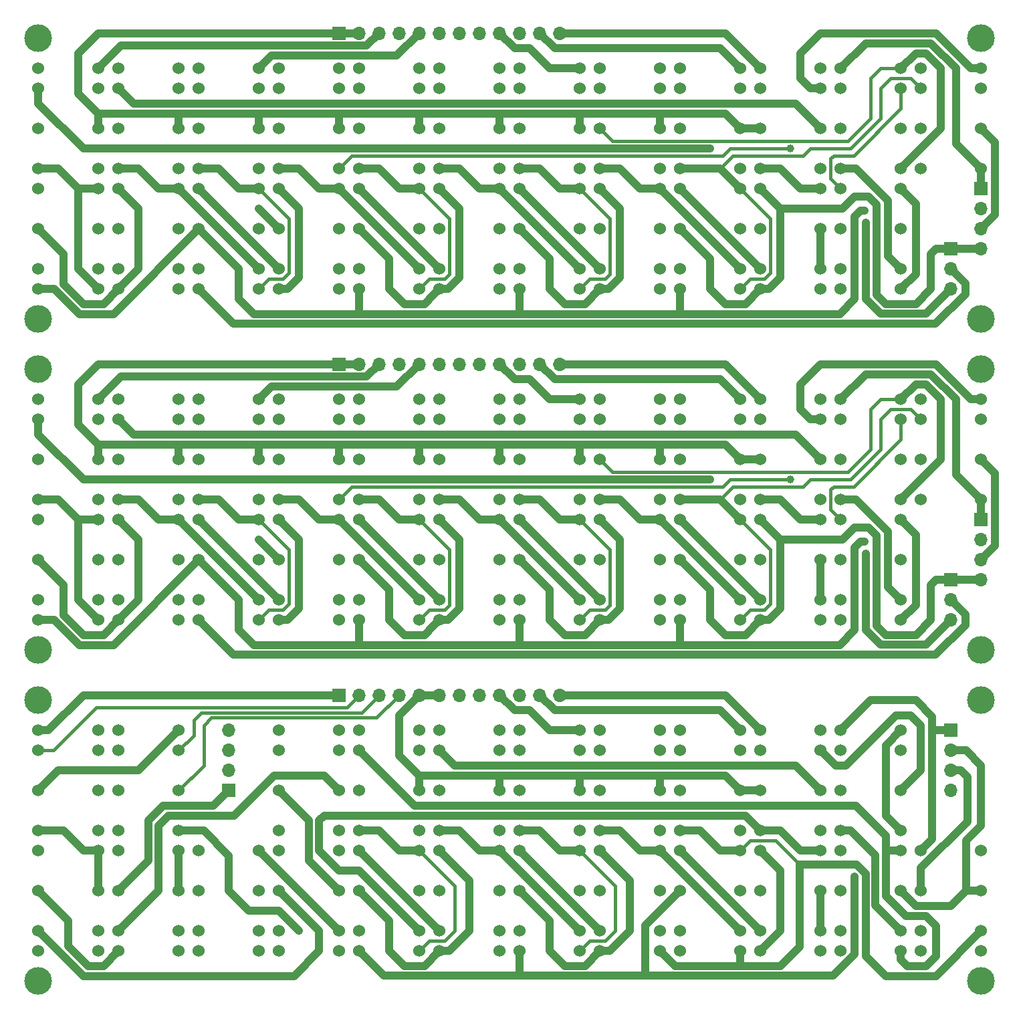
<source format=gtl>
G04 #@! TF.GenerationSoftware,KiCad,Pcbnew,(5.1.2)-2*
G04 #@! TF.CreationDate,2022-11-28T00:10:08+09:00*
G04 #@! TF.ProjectId,manufacture,6d616e75-6661-4637-9475-72652e6b6963,rev?*
G04 #@! TF.SameCoordinates,Original*
G04 #@! TF.FileFunction,Copper,L1,Top*
G04 #@! TF.FilePolarity,Positive*
%FSLAX46Y46*%
G04 Gerber Fmt 4.6, Leading zero omitted, Abs format (unit mm)*
G04 Created by KiCad (PCBNEW (5.1.2)-2) date 2022-11-28 00:10:08*
%MOMM*%
%LPD*%
G04 APERTURE LIST*
%ADD10C,1.524000*%
%ADD11C,3.500000*%
%ADD12O,1.700000X1.700000*%
%ADD13R,1.700000X1.700000*%
%ADD14C,1.000000*%
%ADD15C,1.000000*%
%ADD16C,0.400000*%
G04 APERTURE END LIST*
D10*
X88900000Y-57150000D03*
X88900000Y-52070000D03*
X88900000Y-46990000D03*
X88900000Y-44450000D03*
X81280000Y-44450000D03*
X81280000Y-46990000D03*
X81280000Y-52070000D03*
X81280000Y-57150000D03*
X81280000Y-59690000D03*
X81280000Y-64770000D03*
X81280000Y-69850000D03*
X81280000Y-72390000D03*
X88900000Y-72390000D03*
X88900000Y-69850000D03*
X88900000Y-64770000D03*
X88900000Y-59690000D03*
X149860000Y-57150000D03*
X149860000Y-52070000D03*
X149860000Y-46990000D03*
X149860000Y-44450000D03*
X142240000Y-44450000D03*
X142240000Y-46990000D03*
X142240000Y-52070000D03*
X142240000Y-57150000D03*
D11*
X160020000Y-76200000D03*
X160020000Y-40640000D03*
X40640000Y-76200000D03*
X40640000Y-40640000D03*
D12*
X106680000Y-40005000D03*
X104140000Y-40005000D03*
X101600000Y-40005000D03*
X99060000Y-40005000D03*
X96520000Y-40005000D03*
X93980000Y-40005000D03*
X91440000Y-40005000D03*
X88900000Y-40005000D03*
X86360000Y-40005000D03*
X83820000Y-40005000D03*
X81280000Y-40005000D03*
D13*
X78740000Y-40005000D03*
D10*
X99060000Y-57150000D03*
X99060000Y-52070000D03*
X99060000Y-46990000D03*
X99060000Y-44450000D03*
X91440000Y-44450000D03*
X91440000Y-46990000D03*
X91440000Y-52070000D03*
X91440000Y-57150000D03*
X91440000Y-59690000D03*
X91440000Y-64770000D03*
X91440000Y-69850000D03*
X91440000Y-72390000D03*
X99060000Y-72390000D03*
X99060000Y-69850000D03*
X99060000Y-64770000D03*
X99060000Y-59690000D03*
X139700000Y-57150000D03*
X139700000Y-52070000D03*
X139700000Y-46990000D03*
X139700000Y-44450000D03*
X132080000Y-44450000D03*
X132080000Y-46990000D03*
X132080000Y-52070000D03*
X132080000Y-57150000D03*
X132080000Y-59690000D03*
X132080000Y-64770000D03*
X132080000Y-69850000D03*
X132080000Y-72390000D03*
X139700000Y-72390000D03*
X139700000Y-69850000D03*
X139700000Y-64770000D03*
X139700000Y-59690000D03*
D12*
X160020000Y-67310000D03*
X160020000Y-64770000D03*
X160020000Y-62230000D03*
D13*
X160020000Y-59690000D03*
D10*
X119380000Y-57150000D03*
X119380000Y-52070000D03*
X119380000Y-46990000D03*
X119380000Y-44450000D03*
X111760000Y-44450000D03*
X111760000Y-46990000D03*
X111760000Y-52070000D03*
X111760000Y-57150000D03*
X111760000Y-59690000D03*
X111760000Y-64770000D03*
X111760000Y-69850000D03*
X111760000Y-72390000D03*
X119380000Y-72390000D03*
X119380000Y-69850000D03*
X119380000Y-64770000D03*
X119380000Y-59690000D03*
X109220000Y-57150000D03*
X109220000Y-52070000D03*
X109220000Y-46990000D03*
X109220000Y-44450000D03*
X101600000Y-44450000D03*
X101600000Y-46990000D03*
X101600000Y-52070000D03*
X101600000Y-57150000D03*
X101600000Y-59690000D03*
X101600000Y-64770000D03*
X101600000Y-69850000D03*
X101600000Y-72390000D03*
X109220000Y-72390000D03*
X109220000Y-69850000D03*
X109220000Y-64770000D03*
X109220000Y-59690000D03*
D12*
X156210000Y-72390000D03*
X156210000Y-69850000D03*
D13*
X156210000Y-67310000D03*
D10*
X142240000Y-59690000D03*
X142240000Y-64770000D03*
X142240000Y-69850000D03*
X142240000Y-72390000D03*
X149860000Y-72390000D03*
X149860000Y-69850000D03*
X149860000Y-64770000D03*
X149860000Y-59690000D03*
X160020000Y-57150000D03*
X160020000Y-52070000D03*
X160020000Y-46990000D03*
X160020000Y-44450000D03*
X152400000Y-44450000D03*
X152400000Y-46990000D03*
X152400000Y-52070000D03*
X152400000Y-57150000D03*
X129540000Y-57150000D03*
X129540000Y-52070000D03*
X129540000Y-46990000D03*
X129540000Y-44450000D03*
X121920000Y-44450000D03*
X121920000Y-46990000D03*
X121920000Y-52070000D03*
X121920000Y-57150000D03*
X121920000Y-59690000D03*
X121920000Y-64770000D03*
X121920000Y-69850000D03*
X121920000Y-72390000D03*
X129540000Y-72390000D03*
X129540000Y-69850000D03*
X129540000Y-64770000D03*
X129540000Y-59690000D03*
X78740000Y-57150000D03*
X78740000Y-52070000D03*
X78740000Y-46990000D03*
X78740000Y-44450000D03*
X71120000Y-44450000D03*
X71120000Y-46990000D03*
X71120000Y-52070000D03*
X71120000Y-57150000D03*
X71120000Y-59690000D03*
X71120000Y-64770000D03*
X71120000Y-69850000D03*
X71120000Y-72390000D03*
X78740000Y-72390000D03*
X78740000Y-69850000D03*
X78740000Y-64770000D03*
X78740000Y-59690000D03*
X68580000Y-57150000D03*
X68580000Y-52070000D03*
X68580000Y-46990000D03*
X68580000Y-44450000D03*
X60960000Y-44450000D03*
X60960000Y-46990000D03*
X60960000Y-52070000D03*
X60960000Y-57150000D03*
X60960000Y-59690000D03*
X60960000Y-64770000D03*
X60960000Y-69850000D03*
X60960000Y-72390000D03*
X68580000Y-72390000D03*
X68580000Y-69850000D03*
X68580000Y-64770000D03*
X68580000Y-59690000D03*
X58420000Y-57150000D03*
X58420000Y-52070000D03*
X58420000Y-46990000D03*
X58420000Y-44450000D03*
X50800000Y-44450000D03*
X50800000Y-46990000D03*
X50800000Y-52070000D03*
X50800000Y-57150000D03*
X50800000Y-59690000D03*
X50800000Y-64770000D03*
X50800000Y-69850000D03*
X50800000Y-72390000D03*
X58420000Y-72390000D03*
X58420000Y-69850000D03*
X58420000Y-64770000D03*
X58420000Y-59690000D03*
X48260000Y-57150000D03*
X48260000Y-52070000D03*
X48260000Y-46990000D03*
X48260000Y-44450000D03*
X40640000Y-44450000D03*
X40640000Y-46990000D03*
X40640000Y-52070000D03*
X40640000Y-57150000D03*
X40640000Y-59690000D03*
X40640000Y-64770000D03*
X40640000Y-69850000D03*
X40640000Y-72390000D03*
X48260000Y-72390000D03*
X48260000Y-69850000D03*
X48260000Y-64770000D03*
X48260000Y-59690000D03*
X88900000Y-99060000D03*
X88900000Y-93980000D03*
X88900000Y-88900000D03*
X88900000Y-86360000D03*
X81280000Y-86360000D03*
X81280000Y-88900000D03*
X81280000Y-93980000D03*
X81280000Y-99060000D03*
X81280000Y-101600000D03*
X81280000Y-106680000D03*
X81280000Y-111760000D03*
X81280000Y-114300000D03*
X88900000Y-114300000D03*
X88900000Y-111760000D03*
X88900000Y-106680000D03*
X88900000Y-101600000D03*
X149860000Y-99060000D03*
X149860000Y-93980000D03*
X149860000Y-88900000D03*
X149860000Y-86360000D03*
X142240000Y-86360000D03*
X142240000Y-88900000D03*
X142240000Y-93980000D03*
X142240000Y-99060000D03*
D11*
X160020000Y-118110000D03*
X160020000Y-82550000D03*
X40640000Y-118110000D03*
X40640000Y-82550000D03*
D12*
X106680000Y-81915000D03*
X104140000Y-81915000D03*
X101600000Y-81915000D03*
X99060000Y-81915000D03*
X96520000Y-81915000D03*
X93980000Y-81915000D03*
X91440000Y-81915000D03*
X88900000Y-81915000D03*
X86360000Y-81915000D03*
X83820000Y-81915000D03*
X81280000Y-81915000D03*
D13*
X78740000Y-81915000D03*
D10*
X99060000Y-99060000D03*
X99060000Y-93980000D03*
X99060000Y-88900000D03*
X99060000Y-86360000D03*
X91440000Y-86360000D03*
X91440000Y-88900000D03*
X91440000Y-93980000D03*
X91440000Y-99060000D03*
X91440000Y-101600000D03*
X91440000Y-106680000D03*
X91440000Y-111760000D03*
X91440000Y-114300000D03*
X99060000Y-114300000D03*
X99060000Y-111760000D03*
X99060000Y-106680000D03*
X99060000Y-101600000D03*
X139700000Y-99060000D03*
X139700000Y-93980000D03*
X139700000Y-88900000D03*
X139700000Y-86360000D03*
X132080000Y-86360000D03*
X132080000Y-88900000D03*
X132080000Y-93980000D03*
X132080000Y-99060000D03*
X132080000Y-101600000D03*
X132080000Y-106680000D03*
X132080000Y-111760000D03*
X132080000Y-114300000D03*
X139700000Y-114300000D03*
X139700000Y-111760000D03*
X139700000Y-106680000D03*
X139700000Y-101600000D03*
D12*
X160020000Y-109220000D03*
X160020000Y-106680000D03*
X160020000Y-104140000D03*
D13*
X160020000Y-101600000D03*
D10*
X119380000Y-99060000D03*
X119380000Y-93980000D03*
X119380000Y-88900000D03*
X119380000Y-86360000D03*
X111760000Y-86360000D03*
X111760000Y-88900000D03*
X111760000Y-93980000D03*
X111760000Y-99060000D03*
X111760000Y-101600000D03*
X111760000Y-106680000D03*
X111760000Y-111760000D03*
X111760000Y-114300000D03*
X119380000Y-114300000D03*
X119380000Y-111760000D03*
X119380000Y-106680000D03*
X119380000Y-101600000D03*
X109220000Y-99060000D03*
X109220000Y-93980000D03*
X109220000Y-88900000D03*
X109220000Y-86360000D03*
X101600000Y-86360000D03*
X101600000Y-88900000D03*
X101600000Y-93980000D03*
X101600000Y-99060000D03*
X101600000Y-101600000D03*
X101600000Y-106680000D03*
X101600000Y-111760000D03*
X101600000Y-114300000D03*
X109220000Y-114300000D03*
X109220000Y-111760000D03*
X109220000Y-106680000D03*
X109220000Y-101600000D03*
D12*
X156210000Y-114300000D03*
X156210000Y-111760000D03*
D13*
X156210000Y-109220000D03*
D10*
X142240000Y-101600000D03*
X142240000Y-106680000D03*
X142240000Y-111760000D03*
X142240000Y-114300000D03*
X149860000Y-114300000D03*
X149860000Y-111760000D03*
X149860000Y-106680000D03*
X149860000Y-101600000D03*
X160020000Y-99060000D03*
X160020000Y-93980000D03*
X160020000Y-88900000D03*
X160020000Y-86360000D03*
X152400000Y-86360000D03*
X152400000Y-88900000D03*
X152400000Y-93980000D03*
X152400000Y-99060000D03*
X129540000Y-99060000D03*
X129540000Y-93980000D03*
X129540000Y-88900000D03*
X129540000Y-86360000D03*
X121920000Y-86360000D03*
X121920000Y-88900000D03*
X121920000Y-93980000D03*
X121920000Y-99060000D03*
X121920000Y-101600000D03*
X121920000Y-106680000D03*
X121920000Y-111760000D03*
X121920000Y-114300000D03*
X129540000Y-114300000D03*
X129540000Y-111760000D03*
X129540000Y-106680000D03*
X129540000Y-101600000D03*
X78740000Y-99060000D03*
X78740000Y-93980000D03*
X78740000Y-88900000D03*
X78740000Y-86360000D03*
X71120000Y-86360000D03*
X71120000Y-88900000D03*
X71120000Y-93980000D03*
X71120000Y-99060000D03*
X71120000Y-101600000D03*
X71120000Y-106680000D03*
X71120000Y-111760000D03*
X71120000Y-114300000D03*
X78740000Y-114300000D03*
X78740000Y-111760000D03*
X78740000Y-106680000D03*
X78740000Y-101600000D03*
X68580000Y-99060000D03*
X68580000Y-93980000D03*
X68580000Y-88900000D03*
X68580000Y-86360000D03*
X60960000Y-86360000D03*
X60960000Y-88900000D03*
X60960000Y-93980000D03*
X60960000Y-99060000D03*
X60960000Y-101600000D03*
X60960000Y-106680000D03*
X60960000Y-111760000D03*
X60960000Y-114300000D03*
X68580000Y-114300000D03*
X68580000Y-111760000D03*
X68580000Y-106680000D03*
X68580000Y-101600000D03*
X58420000Y-99060000D03*
X58420000Y-93980000D03*
X58420000Y-88900000D03*
X58420000Y-86360000D03*
X50800000Y-86360000D03*
X50800000Y-88900000D03*
X50800000Y-93980000D03*
X50800000Y-99060000D03*
X50800000Y-101600000D03*
X50800000Y-106680000D03*
X50800000Y-111760000D03*
X50800000Y-114300000D03*
X58420000Y-114300000D03*
X58420000Y-111760000D03*
X58420000Y-106680000D03*
X58420000Y-101600000D03*
X48260000Y-99060000D03*
X48260000Y-93980000D03*
X48260000Y-88900000D03*
X48260000Y-86360000D03*
X40640000Y-86360000D03*
X40640000Y-88900000D03*
X40640000Y-93980000D03*
X40640000Y-99060000D03*
X40640000Y-101600000D03*
X40640000Y-106680000D03*
X40640000Y-111760000D03*
X40640000Y-114300000D03*
X48260000Y-114300000D03*
X48260000Y-111760000D03*
X48260000Y-106680000D03*
X48260000Y-101600000D03*
X142240000Y-143510000D03*
X142240000Y-148590000D03*
X142240000Y-153670000D03*
X142240000Y-156210000D03*
X149860000Y-156210000D03*
X149860000Y-153670000D03*
X149860000Y-148590000D03*
X149860000Y-143510000D03*
X152400000Y-143510000D03*
X152400000Y-148590000D03*
X152400000Y-153670000D03*
X152400000Y-156210000D03*
X160020000Y-156210000D03*
X160020000Y-153670000D03*
X160020000Y-148590000D03*
X160020000Y-143510000D03*
X60960000Y-143510000D03*
X60960000Y-148590000D03*
X60960000Y-153670000D03*
X60960000Y-156210000D03*
X68580000Y-156210000D03*
X68580000Y-153670000D03*
X68580000Y-148590000D03*
X68580000Y-143510000D03*
X71120000Y-143510000D03*
X71120000Y-148590000D03*
X71120000Y-153670000D03*
X71120000Y-156210000D03*
X78740000Y-156210000D03*
X78740000Y-153670000D03*
X78740000Y-148590000D03*
X78740000Y-143510000D03*
X149860000Y-140970000D03*
X149860000Y-135890000D03*
X149860000Y-130810000D03*
X149860000Y-128270000D03*
X142240000Y-128270000D03*
X142240000Y-130810000D03*
X142240000Y-135890000D03*
X142240000Y-140970000D03*
X78740000Y-140970000D03*
X78740000Y-135890000D03*
X78740000Y-130810000D03*
X78740000Y-128270000D03*
X71120000Y-128270000D03*
X71120000Y-130810000D03*
X71120000Y-135890000D03*
X71120000Y-140970000D03*
X48260000Y-140970000D03*
X48260000Y-135890000D03*
X48260000Y-130810000D03*
X48260000Y-128270000D03*
X40640000Y-128270000D03*
X40640000Y-130810000D03*
X40640000Y-135890000D03*
X40640000Y-140970000D03*
X40640000Y-143510000D03*
X40640000Y-148590000D03*
X40640000Y-153670000D03*
X40640000Y-156210000D03*
X48260000Y-156210000D03*
X48260000Y-153670000D03*
X48260000Y-148590000D03*
X48260000Y-143510000D03*
X58420000Y-140970000D03*
X58420000Y-135890000D03*
X58420000Y-130810000D03*
X58420000Y-128270000D03*
X50800000Y-128270000D03*
X50800000Y-130810000D03*
X50800000Y-135890000D03*
X50800000Y-140970000D03*
X50800000Y-143510000D03*
X50800000Y-148590000D03*
X50800000Y-153670000D03*
X50800000Y-156210000D03*
X58420000Y-156210000D03*
X58420000Y-153670000D03*
X58420000Y-148590000D03*
X58420000Y-143510000D03*
X129540000Y-140970000D03*
X129540000Y-135890000D03*
X129540000Y-130810000D03*
X129540000Y-128270000D03*
X121920000Y-128270000D03*
X121920000Y-130810000D03*
X121920000Y-135890000D03*
X121920000Y-140970000D03*
X121920000Y-143510000D03*
X121920000Y-148590000D03*
X121920000Y-153670000D03*
X121920000Y-156210000D03*
X129540000Y-156210000D03*
X129540000Y-153670000D03*
X129540000Y-148590000D03*
X129540000Y-143510000D03*
X119380000Y-140970000D03*
X119380000Y-135890000D03*
X119380000Y-130810000D03*
X119380000Y-128270000D03*
X111760000Y-128270000D03*
X111760000Y-130810000D03*
X111760000Y-135890000D03*
X111760000Y-140970000D03*
X111760000Y-143510000D03*
X111760000Y-148590000D03*
X111760000Y-153670000D03*
X111760000Y-156210000D03*
X119380000Y-156210000D03*
X119380000Y-153670000D03*
X119380000Y-148590000D03*
X119380000Y-143510000D03*
X109220000Y-140970000D03*
X109220000Y-135890000D03*
X109220000Y-130810000D03*
X109220000Y-128270000D03*
X101600000Y-128270000D03*
X101600000Y-130810000D03*
X101600000Y-135890000D03*
X101600000Y-140970000D03*
X101600000Y-143510000D03*
X101600000Y-148590000D03*
X101600000Y-153670000D03*
X101600000Y-156210000D03*
X109220000Y-156210000D03*
X109220000Y-153670000D03*
X109220000Y-148590000D03*
X109220000Y-143510000D03*
X99060000Y-140970000D03*
X99060000Y-135890000D03*
X99060000Y-130810000D03*
X99060000Y-128270000D03*
X91440000Y-128270000D03*
X91440000Y-130810000D03*
X91440000Y-135890000D03*
X91440000Y-140970000D03*
X91440000Y-143510000D03*
X91440000Y-148590000D03*
X91440000Y-153670000D03*
X91440000Y-156210000D03*
X99060000Y-156210000D03*
X99060000Y-153670000D03*
X99060000Y-148590000D03*
X99060000Y-143510000D03*
X88900000Y-140970000D03*
X88900000Y-135890000D03*
X88900000Y-130810000D03*
X88900000Y-128270000D03*
X81280000Y-128270000D03*
X81280000Y-130810000D03*
X81280000Y-135890000D03*
X81280000Y-140970000D03*
X81280000Y-143510000D03*
X81280000Y-148590000D03*
X81280000Y-153670000D03*
X81280000Y-156210000D03*
X88900000Y-156210000D03*
X88900000Y-153670000D03*
X88900000Y-148590000D03*
X88900000Y-143510000D03*
X139700000Y-140970000D03*
X139700000Y-135890000D03*
X139700000Y-130810000D03*
X139700000Y-128270000D03*
X132080000Y-128270000D03*
X132080000Y-130810000D03*
X132080000Y-135890000D03*
X132080000Y-140970000D03*
X132080000Y-143510000D03*
X132080000Y-148590000D03*
X132080000Y-153670000D03*
X132080000Y-156210000D03*
X139700000Y-156210000D03*
X139700000Y-153670000D03*
X139700000Y-148590000D03*
X139700000Y-143510000D03*
D11*
X160020000Y-124460000D03*
X160020000Y-160020000D03*
X40640000Y-160020000D03*
X40640000Y-124460000D03*
D12*
X64770000Y-128270000D03*
X64770000Y-130810000D03*
X64770000Y-133350000D03*
D13*
X64770000Y-135890000D03*
D12*
X156210000Y-135890000D03*
X156210000Y-133350000D03*
X156210000Y-130810000D03*
D13*
X156210000Y-128270000D03*
X78740000Y-123825000D03*
D12*
X81280000Y-123825000D03*
X83820000Y-123825000D03*
X86360000Y-123825000D03*
X88900000Y-123825000D03*
X91440000Y-123825000D03*
X93980000Y-123825000D03*
X96520000Y-123825000D03*
X99060000Y-123825000D03*
X101600000Y-123825000D03*
X104140000Y-123825000D03*
X106680000Y-123825000D03*
D14*
X145415000Y-64008000D03*
X135890000Y-54610000D03*
X145415000Y-105918000D03*
X135890000Y-96520000D03*
X68580000Y-62230000D03*
X68580000Y-104140000D03*
X125730000Y-54610000D03*
X125730000Y-96520000D03*
X73660000Y-153670000D03*
X145288000Y-62484000D03*
X145288000Y-104394000D03*
X144018000Y-146812000D03*
D15*
X132080000Y-57150000D02*
X134620000Y-57150000D01*
X137160000Y-59690000D02*
X139700000Y-59690000D01*
X134620000Y-57150000D02*
X137160000Y-59690000D01*
X132080000Y-99060000D02*
X134620000Y-99060000D01*
X137160000Y-101600000D02*
X139700000Y-101600000D01*
X134620000Y-99060000D02*
X137160000Y-101600000D01*
X132080000Y-140970000D02*
X134620000Y-140970000D01*
X137160000Y-143510000D02*
X139700000Y-143510000D01*
X134620000Y-140970000D02*
X137160000Y-143510000D01*
X76835000Y-139065000D02*
X130175000Y-139065000D01*
X76200000Y-139700000D02*
X76835000Y-139065000D01*
X76200000Y-143510000D02*
X76200000Y-139700000D01*
X78740000Y-146050000D02*
X76200000Y-143510000D01*
X81280000Y-146050000D02*
X78740000Y-146050000D01*
X88900000Y-153670000D02*
X81280000Y-146050000D01*
X130175000Y-139065000D02*
X132080000Y-140970000D01*
X133157630Y-72390000D02*
X134620000Y-70927630D01*
X132080000Y-72390000D02*
X133157630Y-72390000D01*
X134620000Y-62230000D02*
X132080000Y-59690000D01*
X134620000Y-70927630D02*
X134620000Y-62230000D01*
X142494000Y-62230000D02*
X134620000Y-62230000D01*
X145796000Y-60706000D02*
X144018000Y-60706000D01*
X146812000Y-61722000D02*
X145796000Y-60706000D01*
X146812000Y-73152000D02*
X146812000Y-61722000D01*
X154360000Y-67310000D02*
X153670000Y-68000000D01*
X156210000Y-67310000D02*
X154360000Y-67310000D01*
X153670000Y-68000000D02*
X153670000Y-72390000D01*
X153670000Y-72390000D02*
X151765000Y-74295000D01*
X144018000Y-60706000D02*
X142494000Y-62230000D01*
X151765000Y-74295000D02*
X147955000Y-74295000D01*
X147955000Y-74295000D02*
X146812000Y-73152000D01*
X156210000Y-67310000D02*
X160020000Y-67310000D01*
X132080000Y-72390000D02*
X130175000Y-74295000D01*
X130175000Y-74295000D02*
X127635000Y-74295000D01*
X127635000Y-74295000D02*
X125730000Y-72390000D01*
X125730000Y-68580000D02*
X121920000Y-64770000D01*
X125730000Y-72390000D02*
X125730000Y-68580000D01*
X133157630Y-114300000D02*
X134620000Y-112837630D01*
X132080000Y-114300000D02*
X133157630Y-114300000D01*
X134620000Y-104140000D02*
X132080000Y-101600000D01*
X134620000Y-112837630D02*
X134620000Y-104140000D01*
X142494000Y-104140000D02*
X134620000Y-104140000D01*
X145796000Y-102616000D02*
X144018000Y-102616000D01*
X146812000Y-103632000D02*
X145796000Y-102616000D01*
X146812000Y-115062000D02*
X146812000Y-103632000D01*
X154360000Y-109220000D02*
X153670000Y-109910000D01*
X156210000Y-109220000D02*
X154360000Y-109220000D01*
X153670000Y-109910000D02*
X153670000Y-114300000D01*
X153670000Y-114300000D02*
X151765000Y-116205000D01*
X144018000Y-102616000D02*
X142494000Y-104140000D01*
X151765000Y-116205000D02*
X147955000Y-116205000D01*
X147955000Y-116205000D02*
X146812000Y-115062000D01*
X156210000Y-109220000D02*
X160020000Y-109220000D01*
X132080000Y-114300000D02*
X130175000Y-116205000D01*
X130175000Y-116205000D02*
X127635000Y-116205000D01*
X127635000Y-116205000D02*
X125730000Y-114300000D01*
X125730000Y-110490000D02*
X121920000Y-106680000D01*
X125730000Y-114300000D02*
X125730000Y-110490000D01*
X134620000Y-153670000D02*
X132080000Y-156210000D01*
X132080000Y-143510000D02*
X134620000Y-146050000D01*
X134620000Y-146050000D02*
X134620000Y-153670000D01*
X40640000Y-57150000D02*
X43180000Y-57150000D01*
X45720000Y-59690000D02*
X48260000Y-59690000D01*
X43180000Y-57150000D02*
X45720000Y-59690000D01*
X45720000Y-69850000D02*
X48260000Y-72390000D01*
X45720000Y-59690000D02*
X45720000Y-69850000D01*
X40640000Y-99060000D02*
X43180000Y-99060000D01*
X45720000Y-101600000D02*
X48260000Y-101600000D01*
X43180000Y-99060000D02*
X45720000Y-101600000D01*
X45720000Y-111760000D02*
X48260000Y-114300000D01*
X45720000Y-101600000D02*
X45720000Y-111760000D01*
X50800000Y-153670000D02*
X55880000Y-148590000D01*
X55880000Y-140335000D02*
X57150000Y-139065000D01*
X55880000Y-148590000D02*
X55880000Y-140335000D01*
X76835000Y-133985000D02*
X70485000Y-133985000D01*
X70485000Y-133985000D02*
X65405000Y-139065000D01*
X76835000Y-133985000D02*
X78740000Y-135890000D01*
X57150000Y-139065000D02*
X65405000Y-139065000D01*
X50800000Y-57150000D02*
X53340000Y-57150000D01*
X55880000Y-59690000D02*
X58420000Y-59690000D01*
X53340000Y-57150000D02*
X55880000Y-59690000D01*
X58420000Y-59690000D02*
X68580000Y-69850000D01*
X50800000Y-99060000D02*
X53340000Y-99060000D01*
X55880000Y-101600000D02*
X58420000Y-101600000D01*
X53340000Y-99060000D02*
X55880000Y-101600000D01*
X58420000Y-101600000D02*
X68580000Y-111760000D01*
X81280000Y-140970000D02*
X83820000Y-140970000D01*
X86360000Y-143510000D02*
X88900000Y-143510000D01*
X83820000Y-140970000D02*
X86360000Y-143510000D01*
D16*
X90170000Y-154940000D02*
X88900000Y-156210000D01*
X92075000Y-154940000D02*
X90170000Y-154940000D01*
X93345000Y-153670000D02*
X92075000Y-154940000D01*
X88900000Y-143510000D02*
X93345000Y-147955000D01*
X93345000Y-147955000D02*
X93345000Y-153670000D01*
D15*
X53340000Y-69850000D02*
X50800000Y-72390000D01*
X50800000Y-59690000D02*
X53340000Y-62230000D01*
X53340000Y-62230000D02*
X53340000Y-69850000D01*
X50800000Y-72390000D02*
X48895000Y-74295000D01*
X48895000Y-74295000D02*
X46355000Y-74295000D01*
X43815000Y-67945000D02*
X40640000Y-64770000D01*
X43815000Y-71755000D02*
X43815000Y-67945000D01*
X46355000Y-74295000D02*
X43815000Y-71755000D01*
X53340000Y-111760000D02*
X50800000Y-114300000D01*
X50800000Y-101600000D02*
X53340000Y-104140000D01*
X53340000Y-104140000D02*
X53340000Y-111760000D01*
X50800000Y-114300000D02*
X48895000Y-116205000D01*
X48895000Y-116205000D02*
X46355000Y-116205000D01*
X43815000Y-109855000D02*
X40640000Y-106680000D01*
X43815000Y-113665000D02*
X43815000Y-109855000D01*
X46355000Y-116205000D02*
X43815000Y-113665000D01*
X81280000Y-143510000D02*
X91440000Y-153670000D01*
X60960000Y-57150000D02*
X63500000Y-57150000D01*
X66040000Y-59690000D02*
X68580000Y-59690000D01*
X63500000Y-57150000D02*
X66040000Y-59690000D01*
D16*
X72390000Y-63500000D02*
X68580000Y-59690000D01*
X72390000Y-70373762D02*
X72390000Y-63500000D01*
X71643762Y-71120000D02*
X72390000Y-70373762D01*
X68580000Y-72390000D02*
X69850000Y-71120000D01*
X69850000Y-71120000D02*
X71643762Y-71120000D01*
D15*
X60960000Y-99060000D02*
X63500000Y-99060000D01*
X66040000Y-101600000D02*
X68580000Y-101600000D01*
X63500000Y-99060000D02*
X66040000Y-101600000D01*
D16*
X72390000Y-105410000D02*
X68580000Y-101600000D01*
X72390000Y-112283762D02*
X72390000Y-105410000D01*
X71643762Y-113030000D02*
X72390000Y-112283762D01*
X68580000Y-114300000D02*
X69850000Y-113030000D01*
X69850000Y-113030000D02*
X71643762Y-113030000D01*
D15*
X60960000Y-59690000D02*
X71120000Y-69850000D01*
X60960000Y-101600000D02*
X71120000Y-111760000D01*
X71120000Y-148590000D02*
X76200000Y-153670000D01*
X76200000Y-153670000D02*
X76200000Y-156210000D01*
X76200000Y-156210000D02*
X73025000Y-159385000D01*
X73025000Y-159385000D02*
X46355000Y-159385000D01*
X40640000Y-153670000D02*
X46355000Y-159385000D01*
X71120000Y-57150000D02*
X73660000Y-57150000D01*
X76200000Y-59690000D02*
X78740000Y-59690000D01*
X73660000Y-57150000D02*
X76200000Y-59690000D01*
X78740000Y-59690000D02*
X88900000Y-69850000D01*
X71120000Y-99060000D02*
X73660000Y-99060000D01*
X76200000Y-101600000D02*
X78740000Y-101600000D01*
X73660000Y-99060000D02*
X76200000Y-101600000D01*
X78740000Y-101600000D02*
X88900000Y-111760000D01*
X91440000Y-140970000D02*
X93980000Y-140970000D01*
X96520000Y-143510000D02*
X99060000Y-143510000D01*
X93980000Y-140970000D02*
X96520000Y-143510000D01*
X99060000Y-143510000D02*
X109220000Y-153670000D01*
X72197630Y-72390000D02*
X71120000Y-72390000D01*
X73660000Y-70927630D02*
X72197630Y-72390000D01*
X73660000Y-62230000D02*
X73660000Y-70927630D01*
X71120000Y-59690000D02*
X73660000Y-62230000D01*
X153054990Y-75545010D02*
X156210000Y-72390000D01*
X147437229Y-75545010D02*
X153054990Y-75545010D01*
D16*
X78740000Y-57150000D02*
X80329990Y-55560010D01*
X80329990Y-55560010D02*
X127319990Y-55560010D01*
X128270000Y-54610000D02*
X133350000Y-54610000D01*
X128270000Y-54610000D02*
X127319990Y-55560010D01*
D15*
X147437229Y-75545010D02*
X147300010Y-75545010D01*
X147300010Y-75545010D02*
X145415000Y-73660000D01*
X145415000Y-73660000D02*
X145415000Y-64008000D01*
D16*
X133350000Y-54610000D02*
X135890000Y-54610000D01*
D15*
X72197630Y-114300000D02*
X71120000Y-114300000D01*
X73660000Y-112837630D02*
X72197630Y-114300000D01*
X73660000Y-104140000D02*
X73660000Y-112837630D01*
X71120000Y-101600000D02*
X73660000Y-104140000D01*
X153054990Y-117455010D02*
X156210000Y-114300000D01*
X147437229Y-117455010D02*
X153054990Y-117455010D01*
D16*
X78740000Y-99060000D02*
X80329990Y-97470010D01*
X80329990Y-97470010D02*
X127319990Y-97470010D01*
X128270000Y-96520000D02*
X133350000Y-96520000D01*
X128270000Y-96520000D02*
X127319990Y-97470010D01*
D15*
X147437229Y-117455010D02*
X147300010Y-117455010D01*
X147300010Y-117455010D02*
X145415000Y-115570000D01*
X145415000Y-115570000D02*
X145415000Y-105918000D01*
D16*
X133350000Y-96520000D02*
X135890000Y-96520000D01*
D15*
X92710000Y-156210000D02*
X91440000Y-156210000D01*
X95250000Y-153670000D02*
X92710000Y-156210000D01*
X91440000Y-143510000D02*
X95250000Y-147320000D01*
X95250000Y-147320000D02*
X95250000Y-153670000D01*
X91440000Y-156210000D02*
X89535000Y-158115000D01*
X89535000Y-158115000D02*
X86995000Y-158115000D01*
X86995000Y-158115000D02*
X85090000Y-156210000D01*
X85090000Y-152400000D02*
X81280000Y-148590000D01*
X85090000Y-156210000D02*
X85090000Y-152400000D01*
X81280000Y-57150000D02*
X83820000Y-57150000D01*
X86360000Y-59690000D02*
X88900000Y-59690000D01*
X83820000Y-57150000D02*
X86360000Y-59690000D01*
D16*
X92710000Y-63500000D02*
X88900000Y-59690000D01*
X92710000Y-70485000D02*
X92710000Y-63500000D01*
X92075000Y-71120000D02*
X92710000Y-70485000D01*
X88900000Y-72390000D02*
X90170000Y-71120000D01*
X90170000Y-71120000D02*
X92075000Y-71120000D01*
D15*
X81280000Y-99060000D02*
X83820000Y-99060000D01*
X86360000Y-101600000D02*
X88900000Y-101600000D01*
X83820000Y-99060000D02*
X86360000Y-101600000D01*
D16*
X92710000Y-105410000D02*
X88900000Y-101600000D01*
X92710000Y-112395000D02*
X92710000Y-105410000D01*
X92075000Y-113030000D02*
X92710000Y-112395000D01*
X88900000Y-114300000D02*
X90170000Y-113030000D01*
X90170000Y-113030000D02*
X92075000Y-113030000D01*
D15*
X68580000Y-143510000D02*
X78740000Y-153670000D01*
X81280000Y-59690000D02*
X91440000Y-69850000D01*
X81280000Y-101600000D02*
X91440000Y-111760000D01*
X91440000Y-57150000D02*
X93980000Y-57150000D01*
X96520000Y-59690000D02*
X99060000Y-59690000D01*
X93980000Y-57150000D02*
X96520000Y-59690000D01*
X99060000Y-59690000D02*
X109220000Y-69850000D01*
X91440000Y-99060000D02*
X93980000Y-99060000D01*
X96520000Y-101600000D02*
X99060000Y-101600000D01*
X93980000Y-99060000D02*
X96520000Y-101600000D01*
X99060000Y-101600000D02*
X109220000Y-111760000D01*
X101600000Y-140970000D02*
X104140000Y-140970000D01*
X106680000Y-143510000D02*
X109220000Y-143510000D01*
X104140000Y-140970000D02*
X106680000Y-143510000D01*
D16*
X110490000Y-154940000D02*
X109220000Y-156210000D01*
X112395000Y-154940000D02*
X110490000Y-154940000D01*
X113665000Y-153670000D02*
X112395000Y-154940000D01*
X109220000Y-143510000D02*
X113665000Y-147955000D01*
X113665000Y-147955000D02*
X113665000Y-153670000D01*
D15*
X92517630Y-72390000D02*
X91440000Y-72390000D01*
X93980000Y-70927630D02*
X92517630Y-72390000D01*
X93980000Y-62230000D02*
X93980000Y-70927630D01*
X91440000Y-59690000D02*
X93980000Y-62230000D01*
X91440000Y-72390000D02*
X90678001Y-73151999D01*
X90678001Y-73151999D02*
X89535000Y-74295000D01*
X89535000Y-74295000D02*
X86995000Y-74295000D01*
X86995000Y-74295000D02*
X85090000Y-72390000D01*
X85090000Y-68580000D02*
X85090000Y-72390000D01*
X81280000Y-64770000D02*
X85090000Y-68580000D01*
X92517630Y-114300000D02*
X91440000Y-114300000D01*
X93980000Y-112837630D02*
X92517630Y-114300000D01*
X93980000Y-104140000D02*
X93980000Y-112837630D01*
X91440000Y-101600000D02*
X93980000Y-104140000D01*
X91440000Y-114300000D02*
X90678001Y-115061999D01*
X90678001Y-115061999D02*
X89535000Y-116205000D01*
X89535000Y-116205000D02*
X86995000Y-116205000D01*
X86995000Y-116205000D02*
X85090000Y-114300000D01*
X85090000Y-110490000D02*
X85090000Y-114300000D01*
X81280000Y-106680000D02*
X85090000Y-110490000D01*
X101600000Y-143510000D02*
X111760000Y-153670000D01*
X101600000Y-57150000D02*
X104140000Y-57150000D01*
X106680000Y-59690000D02*
X109220000Y-59690000D01*
X104140000Y-57150000D02*
X106680000Y-59690000D01*
D16*
X109220000Y-59690000D02*
X113030000Y-63500000D01*
X109220000Y-72390000D02*
X110490000Y-71120000D01*
X110490000Y-71120000D02*
X112395000Y-71120000D01*
X112395000Y-71120000D02*
X113030000Y-70485000D01*
X113030000Y-63500000D02*
X113030000Y-70373762D01*
D15*
X101600000Y-99060000D02*
X104140000Y-99060000D01*
X106680000Y-101600000D02*
X109220000Y-101600000D01*
X104140000Y-99060000D02*
X106680000Y-101600000D01*
D16*
X109220000Y-101600000D02*
X113030000Y-105410000D01*
X109220000Y-114300000D02*
X110490000Y-113030000D01*
X110490000Y-113030000D02*
X112395000Y-113030000D01*
X112395000Y-113030000D02*
X113030000Y-112395000D01*
X113030000Y-105410000D02*
X113030000Y-112283762D01*
D15*
X58420000Y-143510000D02*
X58420000Y-148590000D01*
X101600000Y-59690000D02*
X111760000Y-69850000D01*
X101600000Y-101600000D02*
X111760000Y-111760000D01*
X111760000Y-57150000D02*
X114300000Y-57150000D01*
X116840000Y-59690000D02*
X119380000Y-59690000D01*
X114300000Y-57150000D02*
X116840000Y-59690000D01*
X119380000Y-59690000D02*
X129540000Y-69850000D01*
X111760000Y-99060000D02*
X114300000Y-99060000D01*
X116840000Y-101600000D02*
X119380000Y-101600000D01*
X114300000Y-99060000D02*
X116840000Y-101600000D01*
X119380000Y-101600000D02*
X129540000Y-111760000D01*
X48260000Y-143510000D02*
X48260000Y-148590000D01*
X40640000Y-140970000D02*
X43815000Y-140970000D01*
X46355000Y-143510000D02*
X48260000Y-143510000D01*
X43815000Y-140970000D02*
X46355000Y-143510000D01*
X112837630Y-72390000D02*
X111760000Y-72390000D01*
X114300000Y-70927630D02*
X112837630Y-72390000D01*
X114300000Y-62230000D02*
X114300000Y-70927630D01*
X111760000Y-59690000D02*
X114300000Y-62230000D01*
X105410000Y-68580000D02*
X101600000Y-64770000D01*
X105410000Y-72390000D02*
X105410000Y-68580000D01*
X107315000Y-74295000D02*
X105410000Y-72390000D01*
X111760000Y-72390000D02*
X109855000Y-74295000D01*
X109855000Y-74295000D02*
X107315000Y-74295000D01*
X112837630Y-114300000D02*
X111760000Y-114300000D01*
X114300000Y-112837630D02*
X112837630Y-114300000D01*
X114300000Y-104140000D02*
X114300000Y-112837630D01*
X111760000Y-101600000D02*
X114300000Y-104140000D01*
X105410000Y-110490000D02*
X101600000Y-106680000D01*
X105410000Y-114300000D02*
X105410000Y-110490000D01*
X107315000Y-116205000D02*
X105410000Y-114300000D01*
X111760000Y-114300000D02*
X109855000Y-116205000D01*
X109855000Y-116205000D02*
X107315000Y-116205000D01*
D16*
X129540000Y-59690000D02*
X133350000Y-63500000D01*
X130810000Y-71120000D02*
X129540000Y-72390000D01*
X132603762Y-71120000D02*
X130810000Y-71120000D01*
X133350000Y-70373762D02*
X132603762Y-71120000D01*
X133350000Y-63500000D02*
X133350000Y-70373762D01*
D15*
X127000000Y-57150000D02*
X121920000Y-57150000D01*
X129540000Y-59690000D02*
X127000000Y-57150000D01*
D16*
X151130000Y-45720000D02*
X152400000Y-46990000D01*
X148590000Y-45720000D02*
X151130000Y-45720000D01*
X147320000Y-46990000D02*
X148590000Y-45720000D01*
X128587500Y-55562500D02*
X137477500Y-55562500D01*
X127000000Y-57150000D02*
X128587500Y-55562500D01*
X137477500Y-55562500D02*
X138430000Y-54610000D01*
X138430000Y-54610000D02*
X143510000Y-54610000D01*
X143510000Y-54610000D02*
X147320000Y-50800000D01*
X147320000Y-50800000D02*
X147320000Y-46990000D01*
X129540000Y-101600000D02*
X133350000Y-105410000D01*
X130810000Y-113030000D02*
X129540000Y-114300000D01*
X132603762Y-113030000D02*
X130810000Y-113030000D01*
X133350000Y-112283762D02*
X132603762Y-113030000D01*
X133350000Y-105410000D02*
X133350000Y-112283762D01*
D15*
X127000000Y-99060000D02*
X121920000Y-99060000D01*
X129540000Y-101600000D02*
X127000000Y-99060000D01*
D16*
X151130000Y-87630000D02*
X152400000Y-88900000D01*
X148590000Y-87630000D02*
X151130000Y-87630000D01*
X147320000Y-88900000D02*
X148590000Y-87630000D01*
X128587500Y-97472500D02*
X137477500Y-97472500D01*
X127000000Y-99060000D02*
X128587500Y-97472500D01*
X137477500Y-97472500D02*
X138430000Y-96520000D01*
X138430000Y-96520000D02*
X143510000Y-96520000D01*
X143510000Y-96520000D02*
X147320000Y-92710000D01*
X147320000Y-92710000D02*
X147320000Y-88900000D01*
D15*
X121920000Y-140970000D02*
X124460000Y-140970000D01*
X127000000Y-143510000D02*
X129540000Y-143510000D01*
X124460000Y-140970000D02*
X127000000Y-143510000D01*
X129540000Y-156210000D02*
X129540000Y-158115000D01*
X144272000Y-145288000D02*
X137033000Y-145288000D01*
X144272000Y-145298219D02*
X145415000Y-146441219D01*
X144272000Y-145288000D02*
X144272000Y-145298219D01*
X145415000Y-146441219D02*
X145415000Y-156845000D01*
X145415000Y-156845000D02*
X147955000Y-159385000D01*
X154305000Y-159385000D02*
X160020000Y-153670000D01*
X147955000Y-159385000D02*
X154305000Y-159385000D01*
X121285000Y-158115000D02*
X119380000Y-156210000D01*
X129540000Y-158115000D02*
X121285000Y-158115000D01*
D16*
X130810000Y-142240000D02*
X133985000Y-142240000D01*
X129540000Y-143510000D02*
X130810000Y-142240000D01*
D15*
X134620000Y-158115000D02*
X129540000Y-158115000D01*
D16*
X133985000Y-142240000D02*
X137033000Y-145288000D01*
D15*
X137033000Y-155702000D02*
X134620000Y-158115000D01*
X137033000Y-145288000D02*
X137033000Y-155702000D01*
X121920000Y-59690000D02*
X132080000Y-69850000D01*
X71120000Y-64770000D02*
X68580000Y-62230000D01*
X121920000Y-101600000D02*
X132080000Y-111760000D01*
X71120000Y-106680000D02*
X68580000Y-104140000D01*
X113030000Y-156210000D02*
X111760000Y-156210000D01*
X115570000Y-153670000D02*
X113030000Y-156210000D01*
X111760000Y-143510000D02*
X115570000Y-147320000D01*
X115570000Y-147320000D02*
X115570000Y-153670000D01*
X105410000Y-152400000D02*
X101600000Y-148590000D01*
X105410000Y-156210000D02*
X105410000Y-152400000D01*
X107315000Y-158115000D02*
X105410000Y-156210000D01*
X111760000Y-156210000D02*
X109855000Y-158115000D01*
X109855000Y-158115000D02*
X107315000Y-158115000D01*
X149860000Y-69850000D02*
X148209000Y-68199000D01*
X148209000Y-68199000D02*
X148209000Y-61214000D01*
X144145000Y-57150000D02*
X142240000Y-57150000D01*
X148209000Y-61214000D02*
X144145000Y-57150000D01*
X149860000Y-111760000D02*
X148209000Y-110109000D01*
X148209000Y-110109000D02*
X148209000Y-103124000D01*
X144145000Y-99060000D02*
X142240000Y-99060000D01*
X148209000Y-103124000D02*
X144145000Y-99060000D01*
D16*
X113349990Y-53659990D02*
X111760000Y-52070000D01*
X143194990Y-53659990D02*
X113349990Y-53659990D01*
X146050000Y-50804980D02*
X143194990Y-53659990D01*
X146050000Y-45720000D02*
X146050000Y-50804980D01*
X149860000Y-44450000D02*
X147320000Y-44450000D01*
X147320000Y-44450000D02*
X146050000Y-45720000D01*
D15*
X149860000Y-44450000D02*
X151765000Y-42545000D01*
X151765000Y-42545000D02*
X153035000Y-42545000D01*
X153035000Y-42545000D02*
X154940000Y-44450000D01*
X150621999Y-56388001D02*
X154940000Y-52070000D01*
X149860000Y-57150000D02*
X150621999Y-56388001D01*
X154940000Y-44450000D02*
X154940000Y-52070000D01*
D16*
X113349990Y-95569990D02*
X111760000Y-93980000D01*
X143194990Y-95569990D02*
X113349990Y-95569990D01*
X146050000Y-92714980D02*
X143194990Y-95569990D01*
X146050000Y-87630000D02*
X146050000Y-92714980D01*
X149860000Y-86360000D02*
X147320000Y-86360000D01*
X147320000Y-86360000D02*
X146050000Y-87630000D01*
D15*
X149860000Y-86360000D02*
X151765000Y-84455000D01*
X151765000Y-84455000D02*
X153035000Y-84455000D01*
X153035000Y-84455000D02*
X154940000Y-86360000D01*
X150621999Y-98298001D02*
X154940000Y-93980000D01*
X149860000Y-99060000D02*
X150621999Y-98298001D01*
X154940000Y-86360000D02*
X154940000Y-93980000D01*
X121920000Y-143510000D02*
X132080000Y-153670000D01*
X149860000Y-59690000D02*
X151765000Y-61595000D01*
X151765000Y-70485000D02*
X149860000Y-72390000D01*
X151765000Y-61595000D02*
X151765000Y-70485000D01*
X40640000Y-46990000D02*
X40640000Y-48895000D01*
X40640000Y-48895000D02*
X46355000Y-54610000D01*
X46355000Y-54610000D02*
X125730000Y-54610000D01*
X149860000Y-101600000D02*
X151765000Y-103505000D01*
X151765000Y-112395000D02*
X149860000Y-114300000D01*
X151765000Y-103505000D02*
X151765000Y-112395000D01*
X40640000Y-88900000D02*
X40640000Y-90805000D01*
X40640000Y-90805000D02*
X46355000Y-96520000D01*
X46355000Y-96520000D02*
X125730000Y-96520000D01*
X142240000Y-140970000D02*
X143510000Y-140970000D01*
X146665010Y-150475010D02*
X149860000Y-153670000D01*
X146665010Y-144125010D02*
X146665010Y-150475010D01*
X143510000Y-140970000D02*
X146665010Y-144125010D01*
D16*
X140970000Y-58420000D02*
X142240000Y-59690000D01*
X140970000Y-55880000D02*
X140970000Y-58420000D01*
X141351000Y-55499000D02*
X140970000Y-55880000D01*
X143891000Y-55499000D02*
X141351000Y-55499000D01*
X149860000Y-46990000D02*
X149860000Y-49530000D01*
X149860000Y-49530000D02*
X143891000Y-55499000D01*
X140970000Y-100330000D02*
X142240000Y-101600000D01*
X140970000Y-97790000D02*
X140970000Y-100330000D01*
X141351000Y-97409000D02*
X140970000Y-97790000D01*
X143891000Y-97409000D02*
X141351000Y-97409000D01*
X149860000Y-88900000D02*
X149860000Y-91440000D01*
X149860000Y-91440000D02*
X143891000Y-97409000D01*
D15*
X147955000Y-139065000D02*
X149860000Y-140970000D01*
X149860000Y-128270000D02*
X147955000Y-130175000D01*
X147955000Y-130175000D02*
X147955000Y-139065000D01*
X88265000Y-137795000D02*
X81280000Y-130810000D01*
X144145000Y-137795000D02*
X88265000Y-137795000D01*
X147955000Y-141605000D02*
X144145000Y-137795000D01*
X150495000Y-151765000D02*
X147955000Y-149225000D01*
X153035000Y-151765000D02*
X150495000Y-151765000D01*
X149860000Y-156210000D02*
X149860000Y-157287630D01*
X149860000Y-157287630D02*
X150687370Y-158115000D01*
X150687370Y-158115000D02*
X153035000Y-158115000D01*
X153035000Y-158115000D02*
X154305000Y-156845000D01*
X154305000Y-156845000D02*
X154305000Y-153035000D01*
X154305000Y-153035000D02*
X153035000Y-151765000D01*
X149860000Y-143510000D02*
X147955000Y-143510000D01*
X147955000Y-149225000D02*
X147955000Y-143510000D01*
X147955000Y-143510000D02*
X147955000Y-141605000D01*
X160020000Y-57150000D02*
X160020000Y-59690000D01*
X145415000Y-41275000D02*
X142240000Y-44450000D01*
X153670000Y-41275000D02*
X145415000Y-41275000D01*
X156845000Y-44450000D02*
X153670000Y-41275000D01*
X160020000Y-57150000D02*
X156845000Y-53975000D01*
X156845000Y-53975000D02*
X156845000Y-44450000D01*
X160020000Y-99060000D02*
X160020000Y-101600000D01*
X145415000Y-83185000D02*
X142240000Y-86360000D01*
X153670000Y-83185000D02*
X145415000Y-83185000D01*
X156845000Y-86360000D02*
X153670000Y-83185000D01*
X160020000Y-99060000D02*
X156845000Y-95885000D01*
X156845000Y-95885000D02*
X156845000Y-86360000D01*
X146050000Y-124460000D02*
X142240000Y-128270000D01*
X153865543Y-126560543D02*
X151765000Y-124460000D01*
X152400000Y-143510000D02*
X153865543Y-142044457D01*
X151765000Y-124460000D02*
X146050000Y-124460000D01*
X154061086Y-128270000D02*
X153865543Y-128074457D01*
X156210000Y-128270000D02*
X154061086Y-128270000D01*
X153865543Y-142044457D02*
X153865543Y-128074457D01*
X153865543Y-128074457D02*
X153865543Y-126560543D01*
X71120000Y-151130000D02*
X73660000Y-153670000D01*
X58420000Y-140970000D02*
X61595000Y-140970000D01*
X61595000Y-140970000D02*
X64770000Y-144145000D01*
X64770000Y-144145000D02*
X64770000Y-148590000D01*
X64770000Y-148590000D02*
X67310000Y-151130000D01*
X67310000Y-151130000D02*
X71120000Y-151130000D01*
X60960000Y-72390000D02*
X65385010Y-76815010D01*
X158075020Y-73025000D02*
X154285010Y-76815010D01*
X65385010Y-76815010D02*
X154285010Y-76815010D01*
X158075020Y-71715020D02*
X156210000Y-69850000D01*
X158075020Y-73025000D02*
X158075020Y-71715020D01*
X60960000Y-114300000D02*
X65385010Y-118725010D01*
X158075020Y-114935000D02*
X154285010Y-118725010D01*
X65385010Y-118725010D02*
X154285010Y-118725010D01*
X158075020Y-113625020D02*
X156210000Y-111760000D01*
X158075020Y-114935000D02*
X158075020Y-113625020D01*
D16*
X79722520Y-125382480D02*
X81280000Y-123825000D01*
X47972520Y-125382480D02*
X42545000Y-130810000D01*
X47972520Y-125382480D02*
X79722520Y-125382480D01*
X42545000Y-130810000D02*
X40640000Y-130810000D01*
D15*
X149860000Y-148590000D02*
X151765000Y-150495000D01*
X158115000Y-148590000D02*
X156210000Y-150495000D01*
X156210000Y-150495000D02*
X151765000Y-150495000D01*
X160020000Y-148590000D02*
X158115000Y-148590000D01*
X158115000Y-130810000D02*
X156210000Y-130810000D01*
X160020000Y-132715000D02*
X158115000Y-130810000D01*
X160020000Y-140335000D02*
X160020000Y-132715000D01*
X158115000Y-142240000D02*
X160020000Y-140335000D01*
X158115000Y-148590000D02*
X158115000Y-142240000D01*
X71120000Y-135890000D02*
X74930000Y-139700000D01*
X74930000Y-139700000D02*
X74930000Y-144780000D01*
X74930000Y-144780000D02*
X78740000Y-148590000D01*
X160020000Y-52070000D02*
X161759990Y-53809990D01*
X161759990Y-63030010D02*
X160020000Y-64770000D01*
X161759990Y-53809990D02*
X161759990Y-63030010D01*
X160020000Y-93980000D02*
X161759990Y-95719990D01*
X161759990Y-104940010D02*
X160020000Y-106680000D01*
X161759990Y-95719990D02*
X161759990Y-104940010D01*
X119380000Y-52070000D02*
X119380000Y-50165000D01*
X109220000Y-52070000D02*
X109220000Y-50165000D01*
X109220000Y-50165000D02*
X119380000Y-50165000D01*
X99060000Y-52070000D02*
X99060000Y-50165000D01*
X99060000Y-50165000D02*
X109220000Y-50165000D01*
X88900000Y-52070000D02*
X88900000Y-50165000D01*
X88900000Y-50165000D02*
X99060000Y-50165000D01*
X78740000Y-52070000D02*
X78740000Y-50165000D01*
X78740000Y-50165000D02*
X88900000Y-50165000D01*
X68580000Y-52070000D02*
X68580000Y-50165000D01*
X68580000Y-50165000D02*
X78740000Y-50165000D01*
X58420000Y-52070000D02*
X58420000Y-50165000D01*
X58420000Y-50165000D02*
X68580000Y-50165000D01*
X127635000Y-50165000D02*
X119380000Y-50165000D01*
X129540000Y-52070000D02*
X127635000Y-50165000D01*
X129540000Y-52070000D02*
X132080000Y-52070000D01*
X81280000Y-40005000D02*
X78740000Y-40005000D01*
X78740000Y-40005000D02*
X48260000Y-40005000D01*
X48260000Y-52070000D02*
X48260000Y-50165000D01*
X48260000Y-50165000D02*
X58420000Y-50165000D01*
X48260000Y-50165000D02*
X45720000Y-47625000D01*
X45720000Y-42545000D02*
X48260000Y-40005000D01*
X45720000Y-47625000D02*
X45720000Y-42545000D01*
X119380000Y-93980000D02*
X119380000Y-92075000D01*
X109220000Y-93980000D02*
X109220000Y-92075000D01*
X109220000Y-92075000D02*
X119380000Y-92075000D01*
X99060000Y-93980000D02*
X99060000Y-92075000D01*
X99060000Y-92075000D02*
X109220000Y-92075000D01*
X88900000Y-93980000D02*
X88900000Y-92075000D01*
X88900000Y-92075000D02*
X99060000Y-92075000D01*
X78740000Y-93980000D02*
X78740000Y-92075000D01*
X78740000Y-92075000D02*
X88900000Y-92075000D01*
X68580000Y-93980000D02*
X68580000Y-92075000D01*
X68580000Y-92075000D02*
X78740000Y-92075000D01*
X58420000Y-93980000D02*
X58420000Y-92075000D01*
X58420000Y-92075000D02*
X68580000Y-92075000D01*
X127635000Y-92075000D02*
X119380000Y-92075000D01*
X129540000Y-93980000D02*
X127635000Y-92075000D01*
X129540000Y-93980000D02*
X132080000Y-93980000D01*
X81280000Y-81915000D02*
X78740000Y-81915000D01*
X78740000Y-81915000D02*
X48260000Y-81915000D01*
X48260000Y-93980000D02*
X48260000Y-92075000D01*
X48260000Y-92075000D02*
X58420000Y-92075000D01*
X48260000Y-92075000D02*
X45720000Y-89535000D01*
X45720000Y-84455000D02*
X48260000Y-81915000D01*
X45720000Y-89535000D02*
X45720000Y-84455000D01*
X99060000Y-40005000D02*
X100965000Y-41910000D01*
X100965000Y-41910000D02*
X102870000Y-41910000D01*
X102870000Y-41910000D02*
X105410000Y-44450000D01*
X105410000Y-44450000D02*
X109220000Y-44450000D01*
X99060000Y-81915000D02*
X100965000Y-83820000D01*
X100965000Y-83820000D02*
X102870000Y-83820000D01*
X102870000Y-83820000D02*
X105410000Y-86360000D01*
X105410000Y-86360000D02*
X109220000Y-86360000D01*
X69341999Y-43688001D02*
X68580000Y-44450000D01*
X70174990Y-42855010D02*
X69341999Y-43688001D01*
X86049990Y-42855010D02*
X70174990Y-42855010D01*
X88900000Y-40005000D02*
X86049990Y-42855010D01*
X69341999Y-85598001D02*
X68580000Y-86360000D01*
X70174990Y-84765010D02*
X69341999Y-85598001D01*
X86049990Y-84765010D02*
X70174990Y-84765010D01*
X88900000Y-81915000D02*
X86049990Y-84765010D01*
X82219999Y-41605001D02*
X51104999Y-41605001D01*
X83820000Y-40005000D02*
X82219999Y-41605001D01*
X51104999Y-41605001D02*
X48260000Y-44450000D01*
X82219999Y-83515001D02*
X51104999Y-83515001D01*
X83820000Y-81915000D02*
X82219999Y-83515001D01*
X51104999Y-83515001D02*
X48260000Y-86360000D01*
X158750000Y-44450000D02*
X160020000Y-44450000D01*
X138430000Y-46990000D02*
X137160000Y-45720000D01*
X139700000Y-46990000D02*
X138430000Y-46990000D01*
X137160000Y-45720000D02*
X137160000Y-42545000D01*
X137160000Y-42545000D02*
X139700000Y-40005000D01*
X139700000Y-40005000D02*
X154305000Y-40005000D01*
X154305000Y-40005000D02*
X158750000Y-44450000D01*
X158750000Y-86360000D02*
X160020000Y-86360000D01*
X138430000Y-88900000D02*
X137160000Y-87630000D01*
X139700000Y-88900000D02*
X138430000Y-88900000D01*
X137160000Y-87630000D02*
X137160000Y-84455000D01*
X137160000Y-84455000D02*
X139700000Y-81915000D01*
X139700000Y-81915000D02*
X154305000Y-81915000D01*
X154305000Y-81915000D02*
X158750000Y-86360000D01*
X142875000Y-132715000D02*
X141605000Y-132715000D01*
X152400000Y-127635000D02*
X151130000Y-126365000D01*
X151130000Y-126365000D02*
X149225000Y-126365000D01*
X149225000Y-126365000D02*
X142875000Y-132715000D01*
X139700000Y-130810000D02*
X141605000Y-132715000D01*
X152400000Y-133350000D02*
X149860000Y-135890000D01*
X152400000Y-127635000D02*
X152400000Y-133350000D01*
X139700000Y-69850000D02*
X139700000Y-64770000D01*
X139700000Y-111760000D02*
X139700000Y-106680000D01*
X139700000Y-148590000D02*
X139700000Y-153670000D01*
X144026001Y-73668001D02*
X144026001Y-63237999D01*
X144009999Y-73668001D02*
X144026001Y-73668001D01*
X142113000Y-75565000D02*
X144009999Y-73668001D01*
X144026001Y-63237999D02*
X144780000Y-62484000D01*
X144780000Y-62484000D02*
X145288000Y-62484000D01*
X67945000Y-75565000D02*
X76200000Y-75565000D01*
X66040000Y-73660000D02*
X67945000Y-75565000D01*
X60960000Y-64770000D02*
X66040000Y-69850000D01*
X66040000Y-69850000D02*
X66040000Y-73660000D01*
X121920000Y-72390000D02*
X121920000Y-75565000D01*
X116840000Y-75565000D02*
X121920000Y-75565000D01*
X121920000Y-75565000D02*
X142113000Y-75565000D01*
X101600000Y-72390000D02*
X101600000Y-75565000D01*
X96520000Y-75565000D02*
X101600000Y-75565000D01*
X101600000Y-75565000D02*
X116840000Y-75565000D01*
X81280000Y-72390000D02*
X81280000Y-75565000D01*
X76200000Y-75565000D02*
X81280000Y-75565000D01*
X81280000Y-75565000D02*
X96520000Y-75565000D01*
X50165000Y-75565000D02*
X60960000Y-64770000D01*
X45857219Y-75565000D02*
X50165000Y-75565000D01*
X42682219Y-72390000D02*
X45857219Y-75565000D01*
X40640000Y-72390000D02*
X42682219Y-72390000D01*
X144026001Y-115578001D02*
X144026001Y-105147999D01*
X144009999Y-115578001D02*
X144026001Y-115578001D01*
X142113000Y-117475000D02*
X144009999Y-115578001D01*
X144026001Y-105147999D02*
X144780000Y-104394000D01*
X144780000Y-104394000D02*
X145288000Y-104394000D01*
X67945000Y-117475000D02*
X76200000Y-117475000D01*
X66040000Y-115570000D02*
X67945000Y-117475000D01*
X60960000Y-106680000D02*
X66040000Y-111760000D01*
X66040000Y-111760000D02*
X66040000Y-115570000D01*
X121920000Y-114300000D02*
X121920000Y-117475000D01*
X116840000Y-117475000D02*
X121920000Y-117475000D01*
X121920000Y-117475000D02*
X142113000Y-117475000D01*
X101600000Y-114300000D02*
X101600000Y-117475000D01*
X96520000Y-117475000D02*
X101600000Y-117475000D01*
X101600000Y-117475000D02*
X116840000Y-117475000D01*
X81280000Y-114300000D02*
X81280000Y-117475000D01*
X76200000Y-117475000D02*
X81280000Y-117475000D01*
X81280000Y-117475000D02*
X96520000Y-117475000D01*
X50165000Y-117475000D02*
X60960000Y-106680000D01*
X45857219Y-117475000D02*
X50165000Y-117475000D01*
X42682219Y-114300000D02*
X45857219Y-117475000D01*
X40640000Y-114300000D02*
X42682219Y-114300000D01*
X141322752Y-159365010D02*
X117494990Y-159365010D01*
X144018000Y-156669762D02*
X141322752Y-159365010D01*
X144018000Y-146812000D02*
X144018000Y-156669762D01*
X84435010Y-159365010D02*
X81280000Y-156210000D01*
X101619990Y-159365010D02*
X84435010Y-159365010D01*
X101600000Y-159345020D02*
X101619990Y-159365010D01*
X101600000Y-156210000D02*
X101600000Y-159345020D01*
X117494990Y-159365010D02*
X101619990Y-159365010D01*
X121920000Y-148590000D02*
X117494990Y-153015010D01*
X117494990Y-153015010D02*
X117494990Y-159365010D01*
X136525000Y-48895000D02*
X139700000Y-52070000D01*
X50800000Y-46990000D02*
X52705000Y-48895000D01*
X52705000Y-48895000D02*
X136525000Y-48895000D01*
X136525000Y-90805000D02*
X139700000Y-93980000D01*
X50800000Y-88900000D02*
X52705000Y-90805000D01*
X52705000Y-90805000D02*
X136525000Y-90805000D01*
X136525000Y-132715000D02*
X139700000Y-135890000D01*
X91440000Y-130810000D02*
X93345000Y-132715000D01*
X93345000Y-132715000D02*
X136525000Y-132715000D01*
X127635000Y-40005000D02*
X132080000Y-44450000D01*
X106680000Y-40005000D02*
X127635000Y-40005000D01*
X127635000Y-81915000D02*
X132080000Y-86360000D01*
X106680000Y-81915000D02*
X127635000Y-81915000D01*
X104140000Y-40005000D02*
X106045000Y-41910000D01*
X127000000Y-41910000D02*
X129540000Y-44450000D01*
X106045000Y-41910000D02*
X127000000Y-41910000D01*
X104140000Y-81915000D02*
X106045000Y-83820000D01*
X127000000Y-83820000D02*
X129540000Y-86360000D01*
X106045000Y-83820000D02*
X127000000Y-83820000D01*
X111760000Y-140970000D02*
X114300000Y-140970000D01*
X116840000Y-143510000D02*
X119380000Y-143510000D01*
X114300000Y-140970000D02*
X116840000Y-143510000D01*
X119380000Y-143510000D02*
X129540000Y-153670000D01*
D16*
X83502500Y-126682500D02*
X86360000Y-123825000D01*
X62547500Y-126682500D02*
X83502500Y-126682500D01*
X61595000Y-127635000D02*
X62547500Y-126682500D01*
X61595000Y-132715000D02*
X61595000Y-127635000D01*
X58420000Y-135890000D02*
X61595000Y-132715000D01*
D15*
X104140000Y-123825000D02*
X106045000Y-125730000D01*
X127000000Y-125730000D02*
X129540000Y-128270000D01*
X106045000Y-125730000D02*
X127000000Y-125730000D01*
X99060000Y-123825000D02*
X100965000Y-125730000D01*
X100965000Y-125730000D02*
X102870000Y-125730000D01*
X105410000Y-128270000D02*
X109220000Y-128270000D01*
X102870000Y-125730000D02*
X105410000Y-128270000D01*
D16*
X81612510Y-126032490D02*
X83820000Y-123825000D01*
X61292510Y-126032490D02*
X81612510Y-126032490D01*
X60325000Y-127000000D02*
X61292510Y-126032490D01*
X60325000Y-128905000D02*
X60325000Y-127000000D01*
X58420000Y-130810000D02*
X60325000Y-128905000D01*
D15*
X88900000Y-123825000D02*
X91440000Y-123825000D01*
X88900000Y-123825000D02*
X86360000Y-126365000D01*
X127635000Y-133985000D02*
X129540000Y-135890000D01*
X129540000Y-135890000D02*
X132080000Y-135890000D01*
X119380000Y-135890000D02*
X119380000Y-133985000D01*
X119380000Y-133985000D02*
X127635000Y-133985000D01*
X109220000Y-135890000D02*
X109220000Y-133985000D01*
X109220000Y-133985000D02*
X119380000Y-133985000D01*
X99060000Y-135890000D02*
X99060000Y-133985000D01*
X88900000Y-133985000D02*
X99060000Y-133985000D01*
X99060000Y-133985000D02*
X109220000Y-133985000D01*
X88900000Y-133985000D02*
X86360000Y-131445000D01*
X86360000Y-126365000D02*
X86360000Y-131445000D01*
X88900000Y-135890000D02*
X88900000Y-133985000D01*
X157480000Y-133350000D02*
X156210000Y-133350000D01*
X158281381Y-134151381D02*
X157480000Y-133350000D01*
X158281381Y-139866381D02*
X158281381Y-134151381D01*
X152400000Y-145747762D02*
X158281381Y-139866381D01*
X152400000Y-148590000D02*
X152400000Y-145747762D01*
X54610000Y-144780000D02*
X50800000Y-148590000D01*
X54610000Y-139700000D02*
X54610000Y-144780000D01*
X56495010Y-137814990D02*
X54610000Y-139700000D01*
X64770000Y-135890000D02*
X62845010Y-137814990D01*
X62845010Y-137814990D02*
X56495010Y-137814990D01*
X43180000Y-133350000D02*
X40640000Y-135890000D01*
X58420000Y-128270000D02*
X53340000Y-133350000D01*
X53340000Y-133350000D02*
X43180000Y-133350000D01*
X127635000Y-123825000D02*
X132080000Y-128270000D01*
X106680000Y-123825000D02*
X127635000Y-123825000D01*
X46355000Y-123825000D02*
X41910000Y-128270000D01*
X46355000Y-123825000D02*
X78740000Y-123825000D01*
X41910000Y-128270000D02*
X40640000Y-128270000D01*
X44450000Y-152400000D02*
X40640000Y-148590000D01*
X44450000Y-155575000D02*
X44450000Y-152400000D01*
X46990000Y-158115000D02*
X44450000Y-155575000D01*
X50800000Y-156210000D02*
X48895000Y-158115000D01*
X48895000Y-158115000D02*
X46990000Y-158115000D01*
M02*

</source>
